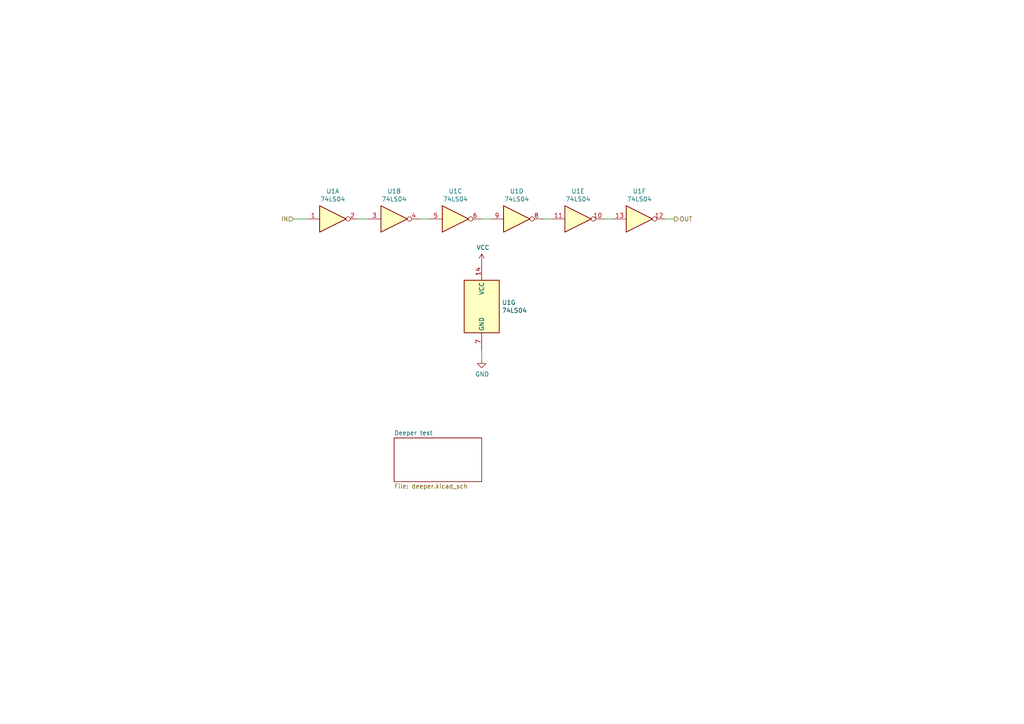
<source format=kicad_sch>
(kicad_sch (version 20250114) (generator "eeschema") (generator_version "9.0")
  (paper "User" 297.002 210.007)
  (title_block (date " "))
  (lib_symbols
    (symbol "74xx:74LS04"
      (property "Reference" "U" (at 0 1.27 0))
      (property "Value" "74LS04" (at 0 -1.27 0))
      (symbol "74LS04_1_0"
        (polyline (pts (xy -3.81 3.81) (xy -3.81 -3.81) (xy 3.81 0) (xy -3.81 3.81)) (stroke (width 0.254)) (fill (type background)))
        (pin input line (at -7.62 0 0) (length 3.81) (name "~") (number "1"))
        (pin output inverted (at 7.62 0 180) (length 3.81) (name "~") (number "2"))
      )
      (symbol "74LS04_2_0"
        (polyline (pts (xy -3.81 3.81) (xy -3.81 -3.81) (xy 3.81 0) (xy -3.81 3.81)) (stroke (width 0.254)) (fill (type background)))
        (pin input line (at -7.62 0 0) (length 3.81) (name "~") (number "3"))
        (pin output inverted (at 7.62 0 180) (length 3.81) (name "~") (number "4"))
      )
      (symbol "74LS04_3_0"
        (polyline (pts (xy -3.81 3.81) (xy -3.81 -3.81) (xy 3.81 0) (xy -3.81 3.81)) (stroke (width 0.254)) (fill (type background)))
        (pin input line (at -7.62 0 0) (length 3.81) (name "~") (number "5"))
        (pin output inverted (at 7.62 0 180) (length 3.81) (name "~") (number "6"))
      )
      (symbol "74LS04_4_0"
        (polyline (pts (xy -3.81 3.81) (xy -3.81 -3.81) (xy 3.81 0) (xy -3.81 3.81)) (stroke (width 0.254)) (fill (type background)))
        (pin input line (at -7.62 0 0) (length 3.81) (name "~") (number "9"))
        (pin output inverted (at 7.62 0 180) (length 3.81) (name "~") (number "8"))
      )
      (symbol "74LS04_5_0"
        (polyline (pts (xy -3.81 3.81) (xy -3.81 -3.81) (xy 3.81 0) (xy -3.81 3.81)) (stroke (width 0.254)) (fill (type background)))
        (pin input line (at -7.62 0 0) (length 3.81) (name "~") (number "11"))
        (pin output inverted (at 7.62 0 180) (length 3.81) (name "~") (number "10"))
      )
      (symbol "74LS04_6_0"
        (polyline (pts (xy -3.81 3.81) (xy -3.81 -3.81) (xy 3.81 0) (xy -3.81 3.81)) (stroke (width 0.254)) (fill (type background)))
        (pin input line (at -7.62 0 0) (length 3.81) (name "~") (number "13"))
        (pin output inverted (at 7.62 0 180) (length 3.81) (name "~") (number "12"))
      )
      (symbol "74LS04_7_0"
        (pin power_in line (at 0 12.7 270) (length 5.08) (name "VCC") (number "14"))
        (pin power_in line (at 0 -12.7 90) (length 5.08) (name "GND") (number "7"))
      )
      (symbol "74LS04_7_1"
        (rectangle (start -5.08 7.62) (end 5.08 -7.62) (stroke (width 0.254)) (fill (type background)))
      )
    )
    (symbol "power:GND" (power) (pin_names (offset 0))
      (property "Value" "GND" (at 0 -3.81 0))
      (symbol "GND_0_1"
        (polyline (pts (xy 0 0) (xy 0 -1.27) (xy 1.27 -1.27) (xy 0 -2.54) (xy -1.27 -1.27) (xy 0 -1.27)))
      )
      (symbol "GND_1_1"
        (pin power_in line (at 0 0 270) (length 0) (hide yes) (name "GND") (number "1"))
      )
    )
    (symbol "power:VCC" (power) (pin_names (offset 0))
      (property "Value" "VCC" (at 0 3.81 0))
      (symbol "VCC_0_1"
        (polyline (pts (xy -0.762 1.27) (xy 0 2.54)))
        (polyline (pts (xy 0 2.54) (xy 0.762 1.27)))
        (polyline (pts (xy 0 0) (xy 0 2.54)))
      )
      (symbol "VCC_1_1"
        (pin power_in line (at 0 0 90) (length 0) (hide yes) (name "VCC") (number "1"))
      )
    )
  )
  (wire (pts (xy 104.14 63.5) (xy 106.68 63.5)))
  (wire (pts (xy 175.26 63.5) (xy 177.8 63.5)))
  (wire (pts (xy 121.92 63.5) (xy 124.46 63.5)))
  (wire (pts (xy 139.7 104.14) (xy 139.7 101.6)))
  (wire (pts (xy 157.48 63.5) (xy 160.02 63.5)))
  (wire (pts (xy 193.04 63.5) (xy 195.58 63.5)))
  (wire (pts (xy 85.09 63.5) (xy 88.9 63.5)))
  (wire (pts (xy 139.7 63.5) (xy 142.24 63.5)))
  (hierarchical_label "IN" (shape input) (at 85.09 63.5 180))
  (hierarchical_label "OUT" (shape output) (at 195.58 63.5 0))
  (symbol (lib_id "74xx:74LS04") (at 96.52 63.5 0) (unit 1)
    (property "Reference" "U1" (at 96.52 55.4482 0))
    (property "Value" "74LS04" (at 96.52 57.7596 0))
    (property "Datasheet" "http://www.ti.com/lit/gpn/sn74LS04" (effects (hide yes)))
    (instances (project "" (path "" (reference "U1") (unit 1)) (path "" (reference "U2") (unit 1))))
  )
  (symbol (lib_id "74xx:74LS04") (at 114.3 63.5 0) (unit 2)
    (property "Reference" "U1" (at 114.3 55.4482 0))
    (property "Value" "74LS04" (at 114.3 57.7596 0))
    (property "Datasheet" "http://www.ti.com/lit/gpn/sn74LS04" (effects (hide yes)))
    (instances (project "" (path "" (reference "U1") (unit 2)) (path "" (reference "U2") (unit 2))))
  )
  (symbol (lib_id "74xx:74LS04") (at 132.08 63.5 0) (unit 3)
    (property "Reference" "U1" (at 132.08 55.4482 0))
    (property "Value" "74LS04" (at 132.08 57.7596 0))
    (property "Datasheet" "http://www.ti.com/lit/gpn/sn74LS04" (effects (hide yes)))
    (instances (project "" (path "" (reference "U1") (unit 3)) (path "" (reference "U2") (unit 3))))
  )
  (symbol (lib_id "74xx:74LS04") (at 149.86 63.5 0) (unit 4)
    (property "Reference" "U1" (at 149.86 55.4482 0))
    (property "Value" "74LS04" (at 149.86 57.7596 0))
    (property "Datasheet" "http://www.ti.com/lit/gpn/sn74LS04" (effects (hide yes)))
    (instances (project "" (path "" (reference "U1") (unit 4)) (path "" (reference "U2") (unit 4))))
  )
  (symbol (lib_id "74xx:74LS04") (at 167.64 63.5 0) (unit 5)
    (property "Reference" "U1" (at 167.64 55.4482 0))
    (property "Value" "74LS04" (at 167.64 57.7596 0))
    (property "Datasheet" "http://www.ti.com/lit/gpn/sn74LS04" (effects (hide yes)))
    (instances (project "" (path "" (reference "U1") (unit 5)) (path "" (reference "U2") (unit 5))))
  )
  (symbol (lib_id "74xx:74LS04") (at 185.42 63.5 0) (unit 6)
    (property "Reference" "U1" (at 185.42 55.4482 0))
    (property "Value" "74LS04" (at 185.42 57.7596 0))
    (property "Datasheet" "http://www.ti.com/lit/gpn/sn74LS04" (effects (hide yes)))
    (instances (project "" (path "" (reference "U1") (unit 6)) (path "" (reference "U2") (unit 6))))
  )
  (symbol (lib_id "74xx:74LS04") (at 139.7 88.9 0) (unit 7)
    (property "Reference" "U1" (at 145.542 87.7316 0) (effects (justify left)))
    (property "Value" "74LS04" (at 145.542 90.043 0) (effects (justify left)))
    (property "Datasheet" "http://www.ti.com/lit/gpn/sn74LS04" (effects (hide yes)))
    (instances (project "" (path "" (reference "U1") (unit 7)) (path "" (reference "U2") (unit 7))))
  )
  (symbol (lib_id "power:VCC") (at 139.7 76.2 0) (unit 1)
    (property "Reference" "#PWR01" (effects (hide yes)))
    (property "Value" "VCC" (at 140.081 71.8058 0))
    (instances (project "" (path "" (reference "#PWR01") (unit 1)) (path "" (reference "#PWR03") (unit 1))))
  )
  (symbol (lib_id "power:GND") (at 139.7 104.14 0) (unit 1)
    (property "Reference" "#PWR02" (effects (hide yes)))
    (property "Value" "GND" (at 139.827 108.5342 0))
    (instances (project "" (path "" (reference "#PWR02") (unit 1)) (path "" (reference "#PWR04") (unit 1))))
  )
  (sheet (at 114.3 127) (size 25.4 12.7)
    (property "Sheetname" "Deeper test" (at 114.3 126.2884 0) (effects (justify left bottom)))
    (property "Sheetfile" "deeper.kicad_sch" (at 114.3 140.2846 0) (effects (justify left top)))
  )
)
</source>
